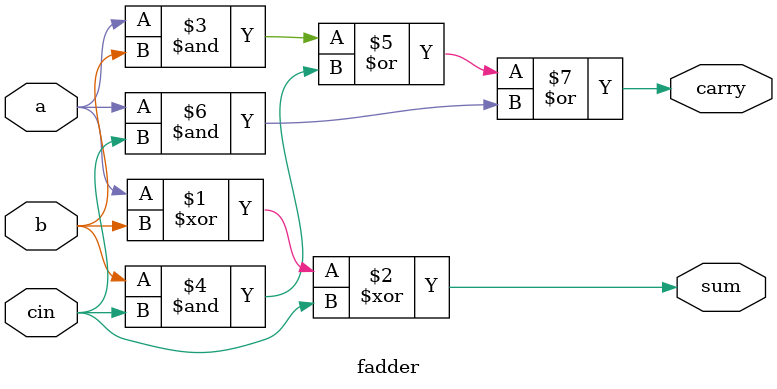
<source format=v>
module fadder (a,b,cin,sum,carry);
  input a,b;
  input cin;
  output carry;
  output sum;
    assign sum = a ^ b ^ cin;
    assign carry = (a&b) | (b&cin) | ( a&cin);
  //assign {carry,sum} = a+b+cin;
endmodule

</source>
